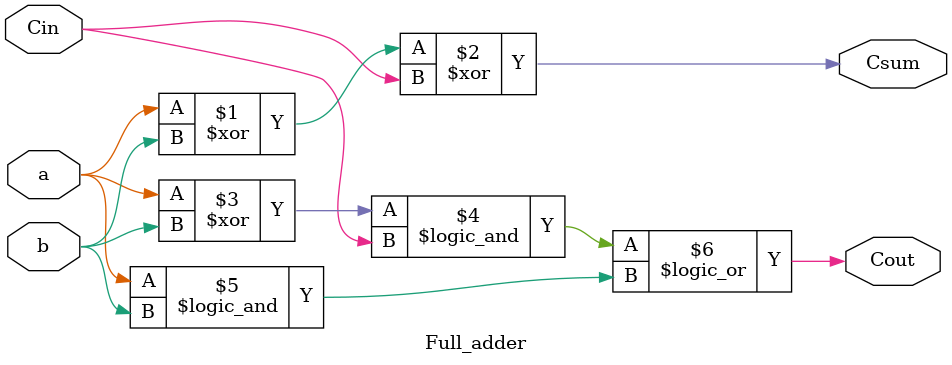
<source format=v>
module Full_adder(
    input a,b,Cin,
    output wire Csum, Cout
);
    assign Csum = (a ^ b) ^ Cin;
    assign Cout = ((a ^ b) && Cin ) || (a && b);
endmodule
</source>
